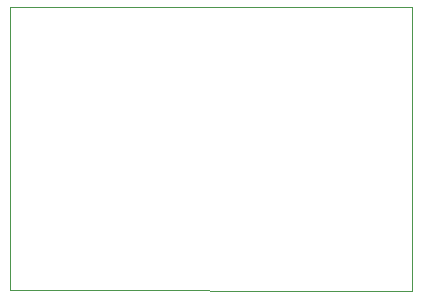
<source format=gbr>
%TF.GenerationSoftware,KiCad,Pcbnew,5.1.9-73d0e3b20d~88~ubuntu20.04.1*%
%TF.CreationDate,2021-04-02T21:19:43-07:00*%
%TF.ProjectId,wow_fix,776f775f-6669-4782-9e6b-696361645f70,A*%
%TF.SameCoordinates,Original*%
%TF.FileFunction,Profile,NP*%
%FSLAX46Y46*%
G04 Gerber Fmt 4.6, Leading zero omitted, Abs format (unit mm)*
G04 Created by KiCad (PCBNEW 5.1.9-73d0e3b20d~88~ubuntu20.04.1) date 2021-04-02 21:19:43*
%MOMM*%
%LPD*%
G01*
G04 APERTURE LIST*
%TA.AperFunction,Profile*%
%ADD10C,0.050000*%
%TD*%
G04 APERTURE END LIST*
D10*
X117010000Y-87990000D02*
X83000000Y-88000000D01*
X116990000Y-112010000D02*
X117010000Y-87990000D01*
X83000000Y-112000000D02*
X116990000Y-112010000D01*
X83000000Y-88000000D02*
X83000000Y-112000000D01*
M02*

</source>
